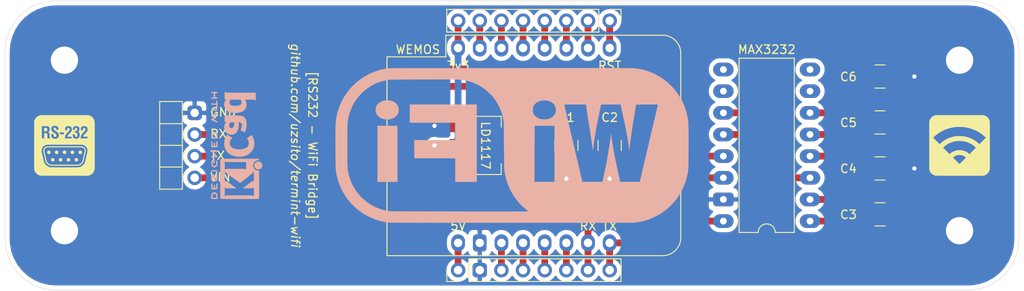
<source format=kicad_pcb>
(kicad_pcb (version 20171130) (host pcbnew 5.1.5+dfsg1-2build2)
  (layers (0 F.Cu signal) (31 B.Cu signal hide) (34 B.Paste user) (35 F.Paste user hide) (36 B.SilkS user hide) (37 F.SilkS user) (38 B.Mask user) (39 F.Mask user) (44 Edge.Cuts user))
  (net 0 "")
  (net 1 "Net-(C1-Pad1)")
  (net 2 "Net-(C2-Pad1)")
  (net 3 "Net-(C4-Pad1)")
  (net 4 "Net-(C5-Pad2)")
  (net 5 "Net-(C5-Pad1)")
  (net 6 "Net-(C6-Pad1)")
  (net 7 "Net-(J1-Pad3)")
  (net 8 "Net-(J1-Pad2)")
  (net 9 "Net-(J2-Pad7)")
  (net 10 "Net-(J2-Pad6)")
  (net 11 "Net-(J2-Pad5)")
  (net 12 "Net-(J2-Pad4)")
  (net 13 "Net-(J2-Pad3)")
  (net 14 "Net-(J2-Pad2)")
  (net 15 "Net-(J2-Pad1)")
  (net 16 "Net-(J3-Pad8)")
  (net 17 "Net-(J3-Pad7)")
  (net 18 "Net-(J3-Pad6)")
  (net 19 "Net-(J3-Pad5)")
  (net 20 "Net-(J3-Pad4)")
  (net 21 "Net-(J3-Pad3)")
  (net 22 GND)
  (net 23 "Net-(MAX3232-Pad8)")
  (net 24 "Net-(MAX3232-Pad7)")
  (net 25 "Net-(MAX3232-Pad10)")
  (net 26 "Net-(MAX3232-Pad9)")
  (net 27 "Net-(J3-Pad1)")
  (net 28 "Net-(C3-Pad2)")
  (net 29 "Net-(C3-Pad1)")
  (module Capacitor_SMD:C_1210_3225Metric_Pad1.42x2.65mm_HandSolder (layer F.Cu) (at 153.17 69.699999)
    (fp_text reference C4 (at -3.71 0.0325) (layer F.SilkS))
    (fp_text value 100nF)
    (pad 2 smd roundrect (at 1.4875 0) (size 1.425 2.65) (layers F.Cu F.Paste F.Mask) (roundrect_rratio 0.175439) (net 22 GND))
    (pad 1 smd roundrect (at -1.4875 0) (size 1.425 2.65) (layers F.Cu F.Paste F.Mask) (roundrect_rratio 0.175439) (net 3 "Net-(C4-Pad1)"))
  )
  (module Capacitor_SMD:C_1210_3225Metric_Pad1.42x2.65mm_HandSolder (layer F.Cu) (at 153.17 64.300001 180)
    (fp_text reference C5 (at 3.71 -0.0325 180) (layer F.SilkS))
    (fp_text value 100nF)
    (pad 2 smd roundrect (at 1.4875 0 180) (size 1.425 2.65) (layers F.Cu F.Paste F.Mask) (roundrect_rratio 0.175439) (net 4 "Net-(C5-Pad2)"))
    (pad 1 smd roundrect (at -1.4875 0 180) (size 1.425 2.65) (layers F.Cu F.Paste F.Mask) (roundrect_rratio 0.175439) (net 5 "Net-(C5-Pad1)"))
  )
  (module Capacitor_SMD:C_1210_3225Metric_Pad1.42x2.65mm_HandSolder (layer F.Cu) (at 153.17 58.915)
    (fp_text reference C6 (at -3.71 0.0325) (layer F.SilkS))
    (fp_text value 100nF)
    (pad 2 smd roundrect (at 1.4875 0) (size 1.425 2.65) (layers F.Cu F.Paste F.Mask) (roundrect_rratio 0.175439) (net 22 GND))
    (pad 1 smd roundrect (at -1.4875 0) (size 1.425 2.65) (layers F.Cu F.Paste F.Mask) (roundrect_rratio 0.175439) (net 6 "Net-(C6-Pad1)"))
  )
  (module Capacitor_SMD:C_1210_3225Metric_Pad1.42x2.65mm_HandSolder (layer F.Cu) (at 153.17 75.085)
    (fp_text reference C3 (at -3.71 0.0325) (layer F.SilkS))
    (fp_text value 100nF)
    (pad 2 smd roundrect (at 1.4875 0) (size 1.425 2.65) (layers F.Cu F.Paste F.Mask) (roundrect_rratio 0.175439) (net 28 "Net-(C3-Pad2)"))
    (pad 1 smd roundrect (at -1.4875 0) (size 1.425 2.65) (layers F.Cu F.Paste F.Mask) (roundrect_rratio 0.175439) (net 29 "Net-(C3-Pad1)"))
  )
  (module Capacitor_SMD:C_1210_3225Metric_Pad1.42x2.65mm_HandSolder (layer F.Cu) (at 121.455 67 270)
    (fp_text reference C2 (at -3.273 0) (layer F.SilkS))
    (fp_text value 100nF)
    (pad 2 smd roundrect (at 1.4875 0 270) (size 1.425 2.65) (layers F.Cu F.Paste F.Mask) (roundrect_rratio 0.175439) (net 22 GND))
    (pad 1 smd roundrect (at -1.4875 0 270) (size 1.425 2.65) (layers F.Cu F.Paste F.Mask) (roundrect_rratio 0.175439) (net 2 "Net-(C2-Pad1)"))
  )
  (module Capacitor_SMD:C_1210_3225Metric_Pad1.42x2.65mm_HandSolder (layer F.Cu) (at 116.375 67 270)
    (fp_text reference C1 (at -3.273 0) (layer F.SilkS))
    (fp_text value 10uF)
    (pad 2 smd roundrect (at 1.4875 0 270) (size 1.425 2.65) (layers F.Cu F.Paste F.Mask) (roundrect_rratio 0.175439) (net 22 GND))
    (pad 1 smd roundrect (at -1.4875 0 270) (size 1.425 2.65) (layers F.Cu F.Paste F.Mask) (roundrect_rratio 0.175439) (net 1 "Net-(C1-Pad1)"))
  )
  (module Symbol:wifi_2500 (layer F.Cu) (at 162.498181 67.006821)
    (fp_text reference G*** hide)
    (fp_text value LOGO hide)
  )
  (module Symbol:rs232_2500 (layer F.Cu) (at 57.498181 67.006821)
    (fp_text reference G*** hide)
    (fp_text value LOGO hide)
  )
  (module Module:WEMOS_D1_mini_light (layer F.Cu) (at 121.455 55.57 270)
    (fp_text reference WEMOS_D1 hide)
    (fp_text value WeMos_D1_mini)
    (pad 16 thru_hole oval (at 22.86 0 270) (size 2 1.6) (drill 1) (layers *.Cu *.Mask) (net 16 "Net-(J3-Pad8)"))
    (pad 15 thru_hole oval (at 22.86 2.54 270) (size 2 1.6) (drill 1) (layers *.Cu *.Mask) (net 17 "Net-(J3-Pad7)"))
    (pad 14 thru_hole oval (at 22.86 5.08 270) (size 2 1.6) (drill 1) (layers *.Cu *.Mask) (net 18 "Net-(J3-Pad6)"))
    (pad 13 thru_hole oval (at 22.86 7.62 270) (size 2 1.6) (drill 1) (layers *.Cu *.Mask) (net 19 "Net-(J3-Pad5)"))
    (pad 12 thru_hole oval (at 22.86 10.16 270) (size 2 1.6) (drill 1) (layers *.Cu *.Mask) (net 20 "Net-(J3-Pad4)"))
    (pad 11 thru_hole oval (at 22.86 12.7 270) (size 2 1.6) (drill 1) (layers *.Cu *.Mask) (net 21 "Net-(J3-Pad3)"))
    (pad 10 thru_hole roundrect (at 22.86 15.24 270) (size 2 1.6) (drill 1) (layers *.Cu *.Mask) (net 22 GND))
    (pad 9 thru_hole oval (at 22.86 17.78 270) (size 2 1.6) (drill 1) (layers *.Cu *.Mask) (net 27 "Net-(J3-Pad1)"))
    (pad 8 thru_hole oval (at 0 17.78 270) (size 2 1.6) (drill 1) (layers *.Cu *.Mask) (net 1 "Net-(C1-Pad1)"))
    (pad 7 thru_hole oval (at 0 15.24 270) (size 2 1.6) (drill 1) (layers *.Cu *.Mask) (net 9 "Net-(J2-Pad7)"))
    (pad 6 thru_hole oval (at 0 12.7 270) (size 2 1.6) (drill 1) (layers *.Cu *.Mask) (net 10 "Net-(J2-Pad6)"))
    (pad 5 thru_hole oval (at 0 10.16 270) (size 2 1.6) (drill 1) (layers *.Cu *.Mask) (net 11 "Net-(J2-Pad5)"))
    (pad 4 thru_hole oval (at 0 7.62 270) (size 2 1.6) (drill 1) (layers *.Cu *.Mask) (net 12 "Net-(J2-Pad4)"))
    (pad 3 thru_hole oval (at 0 5.08 270) (size 2 1.6) (drill 1) (layers *.Cu *.Mask) (net 13 "Net-(J2-Pad3)"))
    (pad 1 thru_hole oval (at 0 0 270) (size 2 1.6) (drill 1) (layers *.Cu *.Mask) (net 15 "Net-(J2-Pad1)"))
    (pad 2 thru_hole oval (at 0 2.54 270) (size 2 1.6) (drill 1) (layers *.Cu *.Mask) (net 14 "Net-(J2-Pad2)"))
  )
  (module Symbol:wf1200 (layer B.Cu) (at 109.142643 67.510999 180)
    (fp_text reference G*** hide)
    (fp_text value LOGO hide)
  )
  (module Symbol:KiCad-Logo2_5mm_SilkScreen (layer B.Cu) (at 77.724 67.005617 90)
    (fp_text reference REF** hide)
    (fp_text value KiCad-Logo2_5mm_SilkScreen hide)
  )
  (module Connector_PinHeader_2.54mm:PinHeader_1x04_P2.54mm_Horizontal (layer F.Cu) (at 72.771 70.8 180)
    (fp_text reference J1 hide)
    (fp_text value Conn_01x04_Male)
    (pad 4 thru_hole roundrect (at 0 7.62 180) (size 1.7 1.7) (drill 1) (layers *.Cu *.Mask) (net 22 GND))
    (pad 3 thru_hole oval (at 0 5.08 180) (size 1.7 1.7) (drill 1) (layers *.Cu *.Mask) (net 7 "Net-(J1-Pad3)"))
    (pad 2 thru_hole oval (at 0 2.54 180) (size 1.7 1.7) (drill 1) (layers *.Cu *.Mask) (net 8 "Net-(J1-Pad2)"))
    (pad 1 thru_hole circle (at 0 0 180) (size 1.7 1.7) (drill 1) (layers *.Cu *.Mask) (net 2 "Net-(C2-Pad1)"))
  )
  (module Connector_PinHeader_2.54mm:PinHeader_1x08_P2.54mm_Vertical (layer F.Cu) (at 103.675 81.63 90)
    (fp_text reference J3 hide)
    (fp_text value Conn_01x08)
    (pad 8 thru_hole oval (at 0 17.78 90) (size 1.7 1.7) (drill 1) (layers *.Cu *.Mask) (net 16 "Net-(J3-Pad8)"))
    (pad 7 thru_hole oval (at 0 15.24 90) (size 1.7 1.7) (drill 1) (layers *.Cu *.Mask) (net 17 "Net-(J3-Pad7)"))
    (pad 6 thru_hole oval (at 0 12.7 90) (size 1.7 1.7) (drill 1) (layers *.Cu *.Mask) (net 18 "Net-(J3-Pad6)"))
    (pad 5 thru_hole oval (at 0 10.16 90) (size 1.7 1.7) (drill 1) (layers *.Cu *.Mask) (net 19 "Net-(J3-Pad5)"))
    (pad 4 thru_hole oval (at 0 7.62 90) (size 1.7 1.7) (drill 1) (layers *.Cu *.Mask) (net 20 "Net-(J3-Pad4)"))
    (pad 3 thru_hole oval (at 0 5.08 90) (size 1.7 1.7) (drill 1) (layers *.Cu *.Mask) (net 21 "Net-(J3-Pad3)"))
    (pad 2 thru_hole roundrect (at 0 2.54 90) (size 1.7 1.7) (drill 1) (layers *.Cu *.Mask) (net 22 GND))
    (pad 1 thru_hole circle (at 0 0 90) (size 1.7 1.7) (drill 1) (layers *.Cu *.Mask) (net 27 "Net-(J3-Pad1)"))
  )
  (module Connector_PinHeader_2.54mm:PinHeader_1x08_P2.54mm_Vertical (layer F.Cu) (at 121.455 52.37 270)
    (fp_text reference J2 hide)
    (fp_text value Conn_01x08)
    (pad 8 thru_hole oval (at 0 17.78 270) (size 1.7 1.7) (drill 1) (layers *.Cu *.Mask) (net 1 "Net-(C1-Pad1)"))
    (pad 7 thru_hole oval (at 0 15.24 270) (size 1.7 1.7) (drill 1) (layers *.Cu *.Mask) (net 9 "Net-(J2-Pad7)"))
    (pad 6 thru_hole oval (at 0 12.7 270) (size 1.7 1.7) (drill 1) (layers *.Cu *.Mask) (net 10 "Net-(J2-Pad6)"))
    (pad 5 thru_hole oval (at 0 10.16 270) (size 1.7 1.7) (drill 1) (layers *.Cu *.Mask) (net 11 "Net-(J2-Pad5)"))
    (pad 4 thru_hole oval (at 0 7.62 270) (size 1.7 1.7) (drill 1) (layers *.Cu *.Mask) (net 12 "Net-(J2-Pad4)"))
    (pad 3 thru_hole oval (at 0 5.08 270) (size 1.7 1.7) (drill 1) (layers *.Cu *.Mask) (net 13 "Net-(J2-Pad3)"))
    (pad 2 thru_hole oval (at 0 2.54 270) (size 1.7 1.7) (drill 1) (layers *.Cu *.Mask) (net 14 "Net-(J2-Pad2)"))
    (pad 1 thru_hole circle (at 0 0 270) (size 1.7 1.7) (drill 1) (layers *.Cu *.Mask) (net 15 "Net-(J2-Pad1)"))
  )
  (module MountingHole:MountingHole_3.2mm_M3_ISO7380_Pad (layer F.Cu) (at 162.5 57)
    (fp_text reference H4 hide)
    (fp_text value MountingHole_Pad)
    (pad 1 thru_hole circle (at 0 0) (size 5.7 5.7) (drill 3.2) (layers *.Cu *.Mask) (net 22 GND))
  )
  (module MountingHole:MountingHole_3.2mm_M3_ISO7380_Pad (layer F.Cu) (at 162.5 77)
    (fp_text reference H3 hide)
    (fp_text value MountingHole_Pad)
    (pad 1 thru_hole circle (at 0 0) (size 5.7 5.7) (drill 3.2) (layers *.Cu *.Mask) (net 22 GND))
  )
  (module MountingHole:MountingHole_3.2mm_M3_ISO7380_Pad (layer F.Cu) (at 57.5 77)
    (fp_text reference H2 hide)
    (fp_text value MountingHole_Pad)
    (pad 1 thru_hole circle (at 0 0) (size 5.7 5.7) (drill 3.2) (layers *.Cu *.Mask) (net 22 GND))
  )
  (module MountingHole:MountingHole_3.2mm_M3_ISO7380_Pad (layer F.Cu) (at 57.5 57)
    (fp_text reference H1 hide)
    (fp_text value MountingHole_Pad)
    (pad 1 thru_hole circle (at 0 0) (size 5.7 5.7) (drill 3.2) (layers *.Cu *.Mask) (net 22 GND))
  )
  (module Package_DIP:DIP-16_W10.16mm_LongPads (layer F.Cu) (at 144.955 75.875 180)
    (fp_text reference MAX3232 (at 5.075 20.122) (layer F.SilkS))
    (fp_text value MAX3232)
    (pad 16 thru_hole oval (at 10.16 0 180) (size 2.4 1.6) (drill 0.8) (layers *.Cu *.Mask) (net 1 "Net-(C1-Pad1)"))
    (pad 8 thru_hole oval (at 0 17.78 180) (size 2.4 1.6) (drill 0.8) (layers *.Cu *.Mask) (net 23 "Net-(MAX3232-Pad8)"))
    (pad 15 thru_hole roundrect (at 10.16 2.54 180) (size 2.4 1.6) (drill 0.8) (layers *.Cu *.Mask) (net 22 GND))
    (pad 7 thru_hole oval (at 0 15.24 180) (size 2.4 1.6) (drill 0.8) (layers *.Cu *.Mask) (net 24 "Net-(MAX3232-Pad7)"))
    (pad 14 thru_hole oval (at 10.16 5.08 180) (size 2.4 1.6) (drill 0.8) (layers *.Cu *.Mask) (net 8 "Net-(J1-Pad2)"))
    (pad 6 thru_hole oval (at 0 12.7 180) (size 2.4 1.6) (drill 0.8) (layers *.Cu *.Mask) (net 6 "Net-(C6-Pad1)"))
    (pad 13 thru_hole oval (at 10.16 7.62 180) (size 2.4 1.6) (drill 0.8) (layers *.Cu *.Mask) (net 7 "Net-(J1-Pad3)"))
    (pad 5 thru_hole oval (at 0 10.16 180) (size 2.4 1.6) (drill 0.8) (layers *.Cu *.Mask) (net 4 "Net-(C5-Pad2)"))
    (pad 12 thru_hole oval (at 10.16 10.16 180) (size 2.4 1.6) (drill 0.8) (layers *.Cu *.Mask) (net 17 "Net-(J3-Pad7)"))
    (pad 4 thru_hole oval (at 0 7.62 180) (size 2.4 1.6) (drill 0.8) (layers *.Cu *.Mask) (net 5 "Net-(C5-Pad1)"))
    (pad 11 thru_hole oval (at 10.16 12.7 180) (size 2.4 1.6) (drill 0.8) (layers *.Cu *.Mask) (net 16 "Net-(J3-Pad8)"))
    (pad 3 thru_hole oval (at 0 5.08 180) (size 2.4 1.6) (drill 0.8) (layers *.Cu *.Mask) (net 28 "Net-(C3-Pad2)"))
    (pad 10 thru_hole oval (at 10.16 15.24 180) (size 2.4 1.6) (drill 0.8) (layers *.Cu *.Mask) (net 25 "Net-(MAX3232-Pad10)"))
    (pad 2 thru_hole oval (at 0 2.54 180) (size 2.4 1.6) (drill 0.8) (layers *.Cu *.Mask) (net 3 "Net-(C4-Pad1)"))
    (pad 9 thru_hole oval (at 10.16 17.78 180) (size 2.4 1.6) (drill 0.8) (layers *.Cu *.Mask) (net 26 "Net-(MAX3232-Pad9)"))
    (pad 1 thru_hole oval (at 0 0 180) (size 2.4 1.6) (drill 0.8) (layers *.Cu *.Mask) (net 29 "Net-(C3-Pad1)"))
  )
  (module Package_TO_SOT_SMD:SOT-223-3_TabPin2 (layer F.Cu) (at 106.825 67)
    (fp_text reference LD1117 hide)
    (fp_text value LD1117S33TR_SOT223)
    (pad 1 smd rect (at -3.15 -2.3) (size 2 1.5) (layers F.Cu F.Paste F.Mask) (net 22 GND))
    (pad 3 smd rect (at -3.15 2.3) (size 2 1.5) (layers F.Cu F.Paste F.Mask) (net 2 "Net-(C2-Pad1)"))
    (pad 2 smd rect (at -3.15 0) (size 2 1.5) (layers F.Cu F.Paste F.Mask) (net 1 "Net-(C1-Pad1)"))
    (pad 2 smd rect (at 3.15 0) (size 2 3.8) (layers F.Cu F.Paste F.Mask) (net 1 "Net-(C1-Pad1)"))
  )
  (gr_text WEMOS (at 96.266 55.753) (layer F.SilkS) (effects (font (size 1 1)) (justify left)))
  (gr_text LD1117 (at 106.8925 67 270) (layer F.SilkS) (effects (font (size 1 1))))
  (gr_text github.com/uzsito/termint-wifi (at 84.582 67 270) (layer F.SilkS) (effects (font (size 1 1) (thickness 0.15) italic)))
  (gr_text "[RS232 - WiFi Bridge]" (at 86.614 67 270) (layer F.SilkS) (effects (font (size 1 1))))
  (gr_line (start 56.514999 50.038001) (end 163.499999 50.037982) (layer Edge.Cuts) (width 0.05))
  (gr_line (start 56.500001 83.962018) (end 163.485001 83.961999) (layer Edge.Cuts) (width 0.05))
  (gr_line (start 169.461999 56.014999) (end 169.462018 77.999999) (layer Edge.Cuts) (width 0.05))
  (gr_line (start 50.538001 77.985001) (end 50.537982 56.000001) (layer Edge.Cuts) (width 0.05))
  (gr_arc (start 56.5 78) (end 50.538001 77.985001) (angle -90.14415211) (layer Edge.Cuts) (width 0.05))
  (gr_arc (start 163.5 78) (end 163.485001 83.961999) (angle -90.14415211) (layer Edge.Cuts) (width 0.05))
  (gr_arc (start 163.5 56) (end 169.461999 56.014999) (angle -90.14415211) (layer Edge.Cuts) (width 0.05))
  (gr_arc (start 56.5 56) (end 56.514999 50.038001) (angle -90.14415211) (layer Edge.Cuts) (width 0.05))
  (gr_text 5V (at 103.675 76.454) (layer F.SilkS) (effects (font (size 1 1))))
  (gr_text RST (at 121.455 57.658) (layer F.SilkS) (effects (font (size 1 1))))
  (gr_text 3v3 (at 103.675 57.658) (layer F.SilkS) (effects (font (size 1 1))))
  (gr_text RX (at 118.915 76.454) (layer F.SilkS) (effects (font (size 1 1))))
  (gr_text TX (at 121.455 76.454) (layer F.SilkS) (effects (font (size 1 1))))
  (gr_text GND (at 74.5 63.1125) (layer F.SilkS) (effects (font (size 1 1)) (justify left)))
  (gr_text VIN (at 74.5 70.7325) (layer F.SilkS) (effects (font (size 1 1)) (justify left)))
  (gr_text TX (at 74.5 68.1925) (layer F.SilkS) (effects (font (size 1 1)) (justify left)))
  (gr_text RX (at 74.5 65.6525) (layer F.SilkS) (effects (font (size 1 1)) (justify left)))
  (segment (start 103.675 52.37) (end 103.675 55.57) (width 0.8) (layer F.Cu) (net 1))
  (segment (start 103.675 55.57) (end 103.675 65.575) (width 0.8) (layer B.Cu) (net 1))
  (via (at 100.908 67) (size 1) (drill 0.5) (layers F.Cu B.Cu) (net 1))
  (segment (start 103.675 67) (end 100.908 67) (width 0.8) (layer F.Cu) (net 1))
  (segment (start 100.908 67) (end 102.926 67) (width 0.8) (layer B.Cu) (net 1))
  (segment (start 103.675 66.251) (end 103.675 65.575) (width 0.8) (layer B.Cu) (net 1))
  (segment (start 102.926 67) (end 103.675 66.251) (width 0.8) (layer B.Cu) (net 1))
  (segment (start 109.975 72.256) (end 109.975 67) (width 0.8) (layer F.Cu) (net 1))
  (segment (start 111.633 73.914) (end 109.975 72.256) (width 0.8) (layer F.Cu) (net 1))
  (segment (start 129.667 73.914) (end 111.633 73.914) (width 0.8) (layer F.Cu) (net 1))
  (segment (start 131.628 75.875) (end 129.667 73.914) (width 0.8) (layer F.Cu) (net 1))
  (segment (start 134.795 75.875) (end 131.628 75.875) (width 0.8) (layer F.Cu) (net 1))
  (segment (start 116.375 65.5125) (end 113.8115 65.5125) (width 0.8) (layer F.Cu) (net 1))
  (segment (start 112.324 67) (end 109.975 67) (width 0.8) (layer F.Cu) (net 1))
  (segment (start 113.8115 65.5125) (end 112.324 67) (width 0.8) (layer F.Cu) (net 1))
  (segment (start 90.361998 69.3) (end 90.339 69.3) (width 0.8) (layer F.Cu) (net 2))
  (segment (start 99.525 69.3) (end 90.361998 69.3) (width 0.8) (layer F.Cu) (net 2))
  (segment (start 99.525 69.3) (end 103.675 69.3) (width 0.8) (layer F.Cu) (net 2))
  (segment (start 103.675 69.3) (end 105.96 69.3) (width 0.8) (layer F.Cu) (net 2))
  (segment (start 105.96 69.3) (end 107.061 68.199) (width 0.8) (layer F.Cu) (net 2))
  (segment (start 107.061 68.199) (end 107.061 63.119) (width 0.8) (layer F.Cu) (net 2))
  (segment (start 107.061 63.119) (end 108.077 62.103) (width 0.8) (layer F.Cu) (net 2))
  (segment (start 72.771 70.8) (end 87.569 70.8) (width 0.8) (layer F.Cu) (net 2))
  (segment (start 89.069 69.3) (end 90.361998 69.3) (width 0.8) (layer F.Cu) (net 2))
  (segment (start 87.569 70.8) (end 89.069 69.3) (width 0.8) (layer F.Cu) (net 2))
  (segment (start 108.077 62.103) (end 120.523 62.103) (width 0.8) (layer F.Cu) (net 2))
  (segment (start 121.455 63.035) (end 121.455 65.5125) (width 0.8) (layer F.Cu) (net 2))
  (segment (start 120.523 62.103) (end 121.455 63.035) (width 0.8) (layer F.Cu) (net 2))
  (segment (start 149.111 58.915) (end 148.209 59.817) (width 0.8) (layer F.Cu) (net 6))
  (segment (start 148.209 59.817) (end 148.209 62.103) (width 0.8) (layer F.Cu) (net 6))
  (segment (start 147.137 63.175) (end 148.209 62.103) (width 0.8) (layer F.Cu) (net 6))
  (segment (start 144.955 63.175) (end 147.137 63.175) (width 0.8) (layer F.Cu) (net 6))
  (segment (start 147.645 65.715) (end 149.059999 64.300001) (width 0.8) (layer F.Cu) (net 4))
  (segment (start 144.955 65.715) (end 147.645 65.715) (width 0.8) (layer F.Cu) (net 4))
  (segment (start 154.043 66.929) (end 154.6575 66.3145) (width 0.8) (layer F.Cu) (net 5))
  (segment (start 154.6575 66.3145) (end 154.6575 64.300001) (width 0.8) (layer F.Cu) (net 5))
  (segment (start 147.645 68.255) (end 148.971 66.929) (width 0.8) (layer F.Cu) (net 5))
  (segment (start 144.955 68.255) (end 147.645 68.255) (width 0.8) (layer F.Cu) (net 5))
  (segment (start 144.955 73.335) (end 147.391 73.335) (width 0.8) (layer F.Cu) (net 3))
  (segment (start 147.391 73.335) (end 148.209 72.517) (width 0.8) (layer F.Cu) (net 3))
  (segment (start 148.209 70.485) (end 148.994001 69.699999) (width 0.8) (layer F.Cu) (net 3))
  (segment (start 148.209 72.517) (end 148.209 70.485) (width 0.8) (layer F.Cu) (net 3))
  (segment (start 148.994001 69.699999) (end 151.6825 69.699999) (width 0.8) (layer F.Cu) (net 3))
  (segment (start 149.059999 64.300001) (end 151.6825 64.300001) (width 0.8) (layer F.Cu) (net 4))
  (segment (start 148.971 66.929) (end 154.043 66.929) (width 0.8) (layer F.Cu) (net 5))
  (segment (start 149.111 58.915) (end 151.6825 58.915) (width 0.8) (layer F.Cu) (net 6))
  (segment (start 86.172 65.72) (end 93.853 58.039) (width 0.8) (layer F.Cu) (net 7))
  (segment (start 72.771 65.72) (end 86.172 65.72) (width 0.8) (layer F.Cu) (net 7))
  (segment (start 93.853 58.039) (end 123.063 58.039) (width 0.8) (layer F.Cu) (net 7))
  (segment (start 123.063 58.039) (end 129.159 64.135) (width 0.8) (layer F.Cu) (net 7))
  (segment (start 129.159 64.135) (end 129.159 67.183) (width 0.8) (layer F.Cu) (net 7))
  (segment (start 129.159 67.183) (end 130.231 68.255) (width 0.8) (layer F.Cu) (net 7))
  (segment (start 130.231 68.255) (end 134.795 68.255) (width 0.8) (layer F.Cu) (net 7))
  (segment (start 86.68 68.26) (end 72.771 68.26) (width 0.8) (layer F.Cu) (net 8))
  (segment (start 122.428 60.071) (end 94.869 60.071) (width 0.8) (layer F.Cu) (net 8))
  (segment (start 127.254 64.897) (end 122.428 60.071) (width 0.8) (layer F.Cu) (net 8))
  (segment (start 127.254 68.58) (end 127.254 64.897) (width 0.8) (layer F.Cu) (net 8))
  (segment (start 129.469 70.795) (end 127.254 68.58) (width 0.8) (layer F.Cu) (net 8))
  (segment (start 94.869 60.071) (end 86.68 68.26) (width 0.8) (layer F.Cu) (net 8))
  (segment (start 134.795 70.795) (end 129.469 70.795) (width 0.8) (layer F.Cu) (net 8))
  (segment (start 106.215 52.37) (end 106.215 55.57) (width 0.8) (layer F.Cu) (net 9))
  (segment (start 108.755 52.37) (end 108.755 55.57) (width 0.8) (layer F.Cu) (net 10))
  (segment (start 111.295 52.37) (end 111.295 55.57) (width 0.8) (layer F.Cu) (net 11))
  (segment (start 113.835 52.37) (end 113.835 55.57) (width 0.8) (layer F.Cu) (net 12))
  (segment (start 116.375 52.37) (end 116.375 55.57) (width 0.8) (layer F.Cu) (net 13))
  (segment (start 118.915 52.37) (end 118.915 55.57) (width 0.8) (layer F.Cu) (net 14))
  (segment (start 121.455 52.37) (end 121.455 55.57) (width 0.8) (layer F.Cu) (net 15))
  (segment (start 121.455 78.43) (end 121.455 81.63) (width 0.8) (layer F.Cu) (net 16))
  (segment (start 134.795 63.175) (end 136.978 63.175) (width 0.8) (layer F.Cu) (net 16))
  (segment (start 136.978 63.175) (end 139.97 66.167) (width 0.8) (layer F.Cu) (net 16))
  (segment (start 126.817 78.43) (end 121.455 78.43) (width 0.8) (layer F.Cu) (net 16))
  (segment (start 129.032 80.645) (end 126.817 78.43) (width 0.8) (layer F.Cu) (net 16))
  (segment (start 139.97 66.167) (end 139.97 78.597) (width 0.8) (layer F.Cu) (net 16))
  (segment (start 137.922 80.645) (end 129.032 80.645) (width 0.8) (layer F.Cu) (net 16))
  (segment (start 139.97 78.597) (end 137.922 80.645) (width 0.8) (layer F.Cu) (net 16))
  (segment (start 118.915 78.43) (end 118.915 81.63) (width 0.8) (layer F.Cu) (net 17))
  (segment (start 136.795 65.715) (end 134.795 65.715) (width 0.8) (layer F.Cu) (net 17))
  (segment (start 137.684 77.47) (end 137.684 66.604) (width 0.8) (layer F.Cu) (net 17))
  (segment (start 137.684 66.604) (end 136.795 65.715) (width 0.8) (layer F.Cu) (net 17))
  (segment (start 136.795 78.359) (end 137.684 77.47) (width 0.8) (layer F.Cu) (net 17))
  (segment (start 130.429 78.359) (end 136.795 78.359) (width 0.8) (layer F.Cu) (net 17))
  (segment (start 128.143 76.073) (end 130.429 78.359) (width 0.8) (layer F.Cu) (net 17))
  (segment (start 119.761 76.073) (end 128.143 76.073) (width 0.8) (layer F.Cu) (net 17))
  (segment (start 118.915 76.919) (end 119.761 76.073) (width 0.8) (layer F.Cu) (net 17))
  (segment (start 118.915 78.43) (end 118.915 76.919) (width 0.8) (layer F.Cu) (net 17))
  (segment (start 116.375 78.43) (end 116.375 81.63) (width 0.8) (layer F.Cu) (net 18))
  (segment (start 113.835 78.43) (end 113.835 81.63) (width 0.8) (layer F.Cu) (net 19))
  (segment (start 111.295 78.43) (end 111.295 81.63) (width 0.8) (layer F.Cu) (net 20))
  (segment (start 108.755 78.43) (end 108.755 81.63) (width 0.8) (layer F.Cu) (net 21))
  (via (at 121.455 70.9) (size 1) (drill 0.5) (layers F.Cu B.Cu) (net 22))
  (via (at 116.375 70.9) (size 1) (drill 0.5) (layers F.Cu B.Cu) (net 22))
  (via (at 157.2 69.699999) (size 1) (drill 0.5) (layers F.Cu B.Cu) (net 22))
  (via (at 157.2 58.915) (size 1) (drill 0.5) (layers F.Cu B.Cu) (net 22))
  (segment (start 103.675 64.7) (end 100.908 64.7) (width 0.8) (layer F.Cu) (net 22))
  (segment (start 100.908 64.7) (end 100.908 64.7) (width 0.8) (layer F.Cu) (net 22))
  (via (at 100.908 64.7) (size 1) (drill 0.5) (layers F.Cu B.Cu) (net 22))
  (segment (start 154.6575 58.915) (end 157.2 58.915) (width 0.8) (layer F.Cu) (net 22))
  (segment (start 154.6575 69.699999) (end 157.2 69.699999) (width 0.8) (layer F.Cu) (net 22))
  (segment (start 116.375 68.4875) (end 116.375 70.9) (width 0.8) (layer F.Cu) (net 22))
  (segment (start 121.455 68.4875) (end 121.455 70.9) (width 0.8) (layer F.Cu) (net 22))
  (segment (start 103.675 78.43) (end 103.675 81.63) (width 0.8) (layer F.Cu) (net 27))
  (segment (start 142.955 70.795) (end 142.129 71.621) (width 0.8) (layer F.Cu) (net 28))
  (segment (start 144.955 70.795) (end 142.955 70.795) (width 0.8) (layer F.Cu) (net 28))
  (segment (start 142.129 71.621) (end 142.129 77.613) (width 0.8) (layer F.Cu) (net 28))
  (segment (start 142.129 77.613) (end 143.129 78.613) (width 0.8) (layer F.Cu) (net 28))
  (segment (start 154.6575 77.4905) (end 154.6575 75.085) (width 0.8) (layer F.Cu) (net 28))
  (segment (start 153.535 78.613) (end 154.6575 77.4905) (width 0.8) (layer F.Cu) (net 28))
  (segment (start 143.129 78.613) (end 153.535 78.613) (width 0.8) (layer F.Cu) (net 28))
  (segment (start 144.955 75.875) (end 147.772 75.875) (width 0.8) (layer F.Cu) (net 29))
  (segment (start 147.772 75.875) (end 148.562 75.085) (width 0.8) (layer F.Cu) (net 29))
  (segment (start 148.562 75.085) (end 151.6825 75.085) (width 0.8) (layer F.Cu) (net 29))
  (zone (net 22) (net_name GND) (layer B.Cu) (connect_pads (clearance 0.508)) (min_thickness 0.254) (fill yes (arc_segments 32) (thermal_gap 0.508) (thermal_bridge_width 0.508))
    (polygon (pts (xy 169.545 84.074) (xy 50.546 84.074) (xy 50.546 50.038) (xy 169.545 50.038)))
  )
)
</source>
